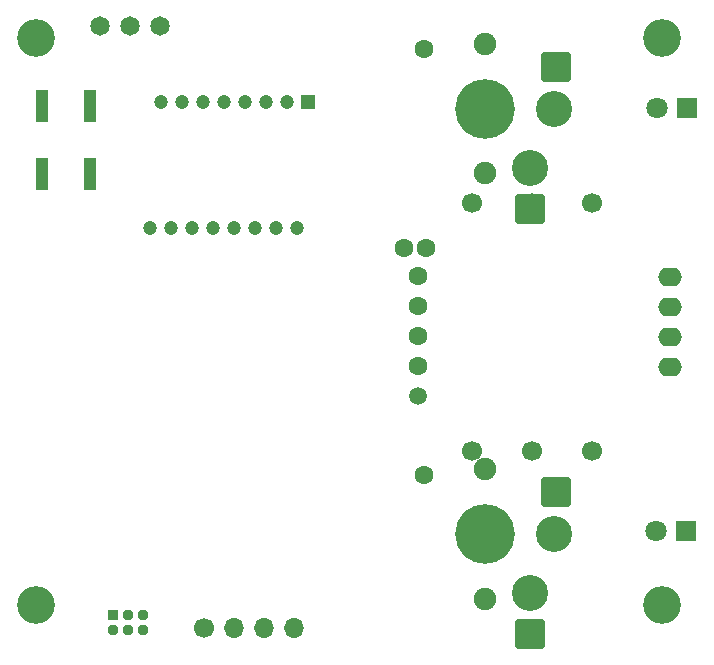
<source format=gbs>
%TF.GenerationSoftware,KiCad,Pcbnew,8.0.7*%
%TF.CreationDate,2025-01-13T13:49:23+01:00*%
%TF.ProjectId,Trackball,54726163-6b62-4616-9c6c-2e6b69636164,rev?*%
%TF.SameCoordinates,Original*%
%TF.FileFunction,Soldermask,Bot*%
%TF.FilePolarity,Negative*%
%FSLAX46Y46*%
G04 Gerber Fmt 4.6, Leading zero omitted, Abs format (unit mm)*
G04 Created by KiCad (PCBNEW 8.0.7) date 2025-01-13 13:49:23*
%MOMM*%
%LPD*%
G01*
G04 APERTURE LIST*
G04 Aperture macros list*
%AMRoundRect*
0 Rectangle with rounded corners*
0 $1 Rounding radius*
0 $2 $3 $4 $5 $6 $7 $8 $9 X,Y pos of 4 corners*
0 Add a 4 corners polygon primitive as box body*
4,1,4,$2,$3,$4,$5,$6,$7,$8,$9,$2,$3,0*
0 Add four circle primitives for the rounded corners*
1,1,$1+$1,$2,$3*
1,1,$1+$1,$4,$5*
1,1,$1+$1,$6,$7*
1,1,$1+$1,$8,$9*
0 Add four rect primitives between the rounded corners*
20,1,$1+$1,$2,$3,$4,$5,0*
20,1,$1+$1,$4,$5,$6,$7,0*
20,1,$1+$1,$6,$7,$8,$9,0*
20,1,$1+$1,$8,$9,$2,$3,0*%
G04 Aperture macros list end*
%ADD10O,2.000000X1.600000*%
%ADD11R,1.800000X1.800000*%
%ADD12C,1.800000*%
%ADD13C,1.700000*%
%ADD14O,1.700000X1.700000*%
%ADD15C,3.200000*%
%ADD16RoundRect,0.250000X-1.000000X1.025000X-1.000000X-1.025000X1.000000X-1.025000X1.000000X1.025000X0*%
%ADD17C,1.900000*%
%ADD18C,3.050000*%
%ADD19C,5.050000*%
%ADD20C,1.600000*%
%ADD21R,1.000000X2.800000*%
%ADD22C,1.500000*%
%ADD23R,0.950000X0.950000*%
%ADD24C,0.950000*%
%ADD25C,1.651000*%
%ADD26C,1.200000*%
%ADD27R,1.200000X1.200000*%
G04 APERTURE END LIST*
D10*
X149200000Y-44300000D03*
X149200000Y-46840000D03*
X149200000Y-51920000D03*
X149200000Y-49380000D03*
D11*
X150520000Y-65800000D03*
D12*
X147980000Y-65800000D03*
D11*
X150620000Y-29950000D03*
D12*
X148080000Y-29950000D03*
D13*
X142580000Y-59000000D03*
X137500000Y-59000000D03*
X132420000Y-59000000D03*
X142580000Y-38000000D03*
X137500000Y-38000000D03*
X132420000Y-38000000D03*
X109700000Y-74000000D03*
D14*
X112240000Y-74000000D03*
X114780000Y-74000000D03*
X117320000Y-74000000D03*
D15*
X148500000Y-72000000D03*
X148500000Y-24000000D03*
X95500000Y-72000000D03*
X95500000Y-24000000D03*
D16*
X137300000Y-38500000D03*
X139500000Y-26500000D03*
D17*
X133500000Y-35500000D03*
D18*
X137300000Y-35000000D03*
D19*
X133500000Y-30000000D03*
D18*
X139400000Y-30000000D03*
D20*
X128350000Y-25000000D03*
D17*
X133500000Y-24500000D03*
D21*
X96050000Y-29750000D03*
X96050000Y-35550000D03*
X100050000Y-29750000D03*
X100050000Y-35550000D03*
D22*
X127875000Y-54300000D03*
D20*
X127875000Y-44190000D03*
X127875000Y-46730000D03*
X127875000Y-49270000D03*
X127875000Y-51810000D03*
X126650000Y-41800000D03*
X128500000Y-41800000D03*
D23*
X102050000Y-72900000D03*
D24*
X103300000Y-72900000D03*
X104550000Y-72900000D03*
X102050000Y-74150000D03*
X103300000Y-74150000D03*
X104550000Y-74150000D03*
D16*
X137300000Y-74500000D03*
X139500000Y-62500000D03*
D17*
X133500000Y-71500000D03*
D18*
X137300000Y-71000000D03*
D19*
X133500000Y-66000000D03*
D18*
X139400000Y-66000000D03*
D20*
X128350000Y-61000000D03*
D17*
X133500000Y-60500000D03*
D25*
X106040000Y-23000000D03*
X103500000Y-23000000D03*
X100960000Y-23000000D03*
D26*
X117625000Y-40150000D03*
X115845000Y-40150000D03*
X114065000Y-40150000D03*
X112285000Y-40150000D03*
X110505000Y-40150000D03*
X108725000Y-40150000D03*
X106945000Y-40150000D03*
X105165000Y-40150000D03*
X106055000Y-29450000D03*
X107835000Y-29450000D03*
X109615000Y-29450000D03*
X111395000Y-29450000D03*
X113175000Y-29450000D03*
X114955000Y-29450000D03*
X116735000Y-29450000D03*
D27*
X118515000Y-29450000D03*
M02*

</source>
